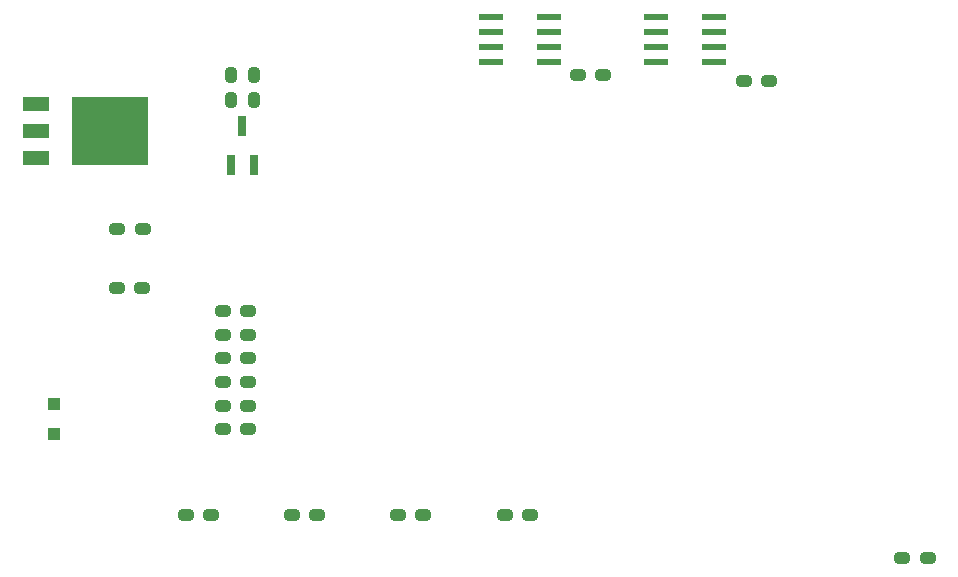
<source format=gbp>
G04 #@! TF.GenerationSoftware,KiCad,Pcbnew,7.0.9*
G04 #@! TF.CreationDate,2024-07-10T10:25:31+09:00*
G04 #@! TF.ProjectId,ODAmain,4f44416d-6169-46e2-9e6b-696361645f70,rev?*
G04 #@! TF.SameCoordinates,Original*
G04 #@! TF.FileFunction,Paste,Bot*
G04 #@! TF.FilePolarity,Positive*
%FSLAX46Y46*%
G04 Gerber Fmt 4.6, Leading zero omitted, Abs format (unit mm)*
G04 Created by KiCad (PCBNEW 7.0.9) date 2024-07-10 10:25:31*
%MOMM*%
%LPD*%
G01*
G04 APERTURE LIST*
G04 Aperture macros list*
%AMRoundRect*
0 Rectangle with rounded corners*
0 $1 Rounding radius*
0 $2 $3 $4 $5 $6 $7 $8 $9 X,Y pos of 4 corners*
0 Add a 4 corners polygon primitive as box body*
4,1,4,$2,$3,$4,$5,$6,$7,$8,$9,$2,$3,0*
0 Add four circle primitives for the rounded corners*
1,1,$1+$1,$2,$3*
1,1,$1+$1,$4,$5*
1,1,$1+$1,$6,$7*
1,1,$1+$1,$8,$9*
0 Add four rect primitives between the rounded corners*
20,1,$1+$1,$2,$3,$4,$5,0*
20,1,$1+$1,$4,$5,$6,$7,0*
20,1,$1+$1,$6,$7,$8,$9,0*
20,1,$1+$1,$8,$9,$2,$3,0*%
G04 Aperture macros list end*
%ADD10R,0.800000X1.800000*%
%ADD11RoundRect,0.237500X0.400000X0.237500X-0.400000X0.237500X-0.400000X-0.237500X0.400000X-0.237500X0*%
%ADD12RoundRect,0.237500X-0.400000X-0.237500X0.400000X-0.237500X0.400000X0.237500X-0.400000X0.237500X0*%
%ADD13R,1.000000X1.000000*%
%ADD14R,2.000000X0.600000*%
%ADD15RoundRect,0.237500X0.237500X-0.400000X0.237500X0.400000X-0.237500X0.400000X-0.237500X-0.400000X0*%
%ADD16RoundRect,0.237500X-0.237500X0.400000X-0.237500X-0.400000X0.237500X-0.400000X0.237500X0.400000X0*%
%ADD17R,2.200000X1.200000*%
%ADD18R,6.400000X5.800000*%
G04 APERTURE END LIST*
D10*
X130450000Y-96650000D03*
X128550000Y-96650000D03*
X129500000Y-93350000D03*
D11*
X130000000Y-117000000D03*
X127875000Y-117000000D03*
X126812500Y-126250000D03*
X124687500Y-126250000D03*
D12*
X118912500Y-102000000D03*
X121037500Y-102000000D03*
D11*
X130000000Y-113000000D03*
X127875000Y-113000000D03*
D12*
X171937500Y-89500000D03*
X174062500Y-89500000D03*
D11*
X130000000Y-111000000D03*
X127875000Y-111000000D03*
X144812500Y-126250000D03*
X142687500Y-126250000D03*
X130000000Y-115000000D03*
X127875000Y-115000000D03*
X135812500Y-126250000D03*
X133687500Y-126250000D03*
X130000000Y-109000000D03*
X127875000Y-109000000D03*
D13*
X113500000Y-119375000D03*
X113500000Y-116875000D03*
D14*
X150550000Y-87905000D03*
X150550000Y-86635000D03*
X150550000Y-85365000D03*
X150550000Y-84095000D03*
X155450000Y-84095000D03*
X155450000Y-85365000D03*
X155450000Y-86635000D03*
X155450000Y-87905000D03*
D15*
X128500000Y-91155000D03*
X128500000Y-89030000D03*
D11*
X153812500Y-126250000D03*
X151687500Y-126250000D03*
D12*
X118875000Y-107000000D03*
X121000000Y-107000000D03*
D11*
X130000000Y-119000000D03*
X127875000Y-119000000D03*
D14*
X164550000Y-87905000D03*
X164550000Y-86635000D03*
X164550000Y-85365000D03*
X164550000Y-84095000D03*
X169450000Y-84095000D03*
X169450000Y-85365000D03*
X169450000Y-86635000D03*
X169450000Y-87905000D03*
D12*
X185375000Y-129862500D03*
X187500000Y-129862500D03*
D16*
X130500000Y-89030000D03*
X130500000Y-91155000D03*
D12*
X157875000Y-89000000D03*
X160000000Y-89000000D03*
D17*
X112000000Y-96000000D03*
X112000000Y-93720000D03*
D18*
X118300000Y-93720000D03*
D17*
X112000000Y-91440000D03*
M02*

</source>
